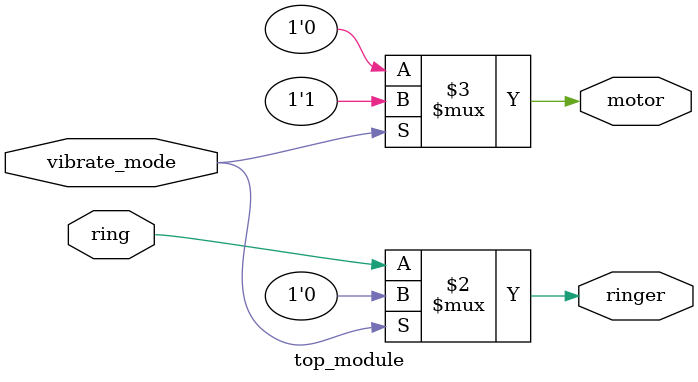
<source format=sv>
module top_module(
	input ring, 
	input vibrate_mode,
	output ringer,
	output motor
);

// Assign the ringer and motor outputs based on the input signals
assign ringer = (!vibrate_mode) ? ring : 1'b0;
assign motor = (vibrate_mode) ? 1'b1 : 1'b0;
  
endmodule

</source>
